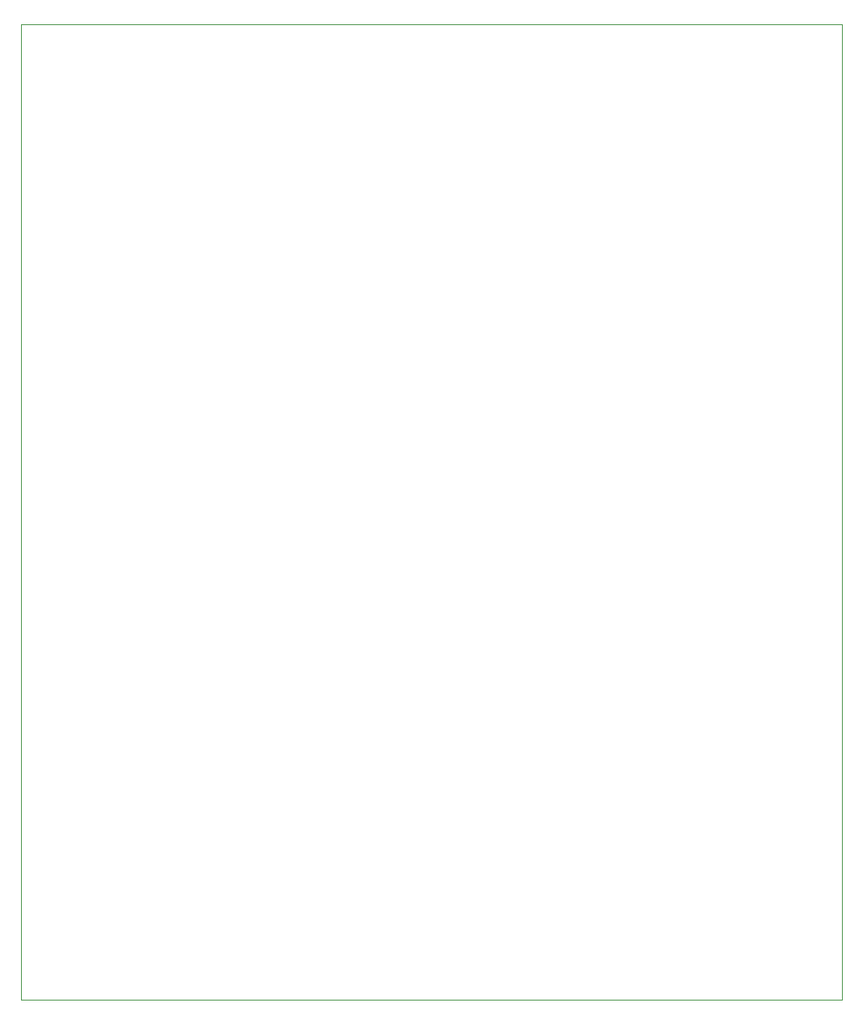
<source format=gbr>
G70*
%FSLAX55Y55*%
%ADD11C,0.00100*%
D11*
X01484Y401975D02*
X162902Y401975D01*
X340067Y401975*
X340067Y00400*
X01484Y00400*
X01484Y401975*
M02*

</source>
